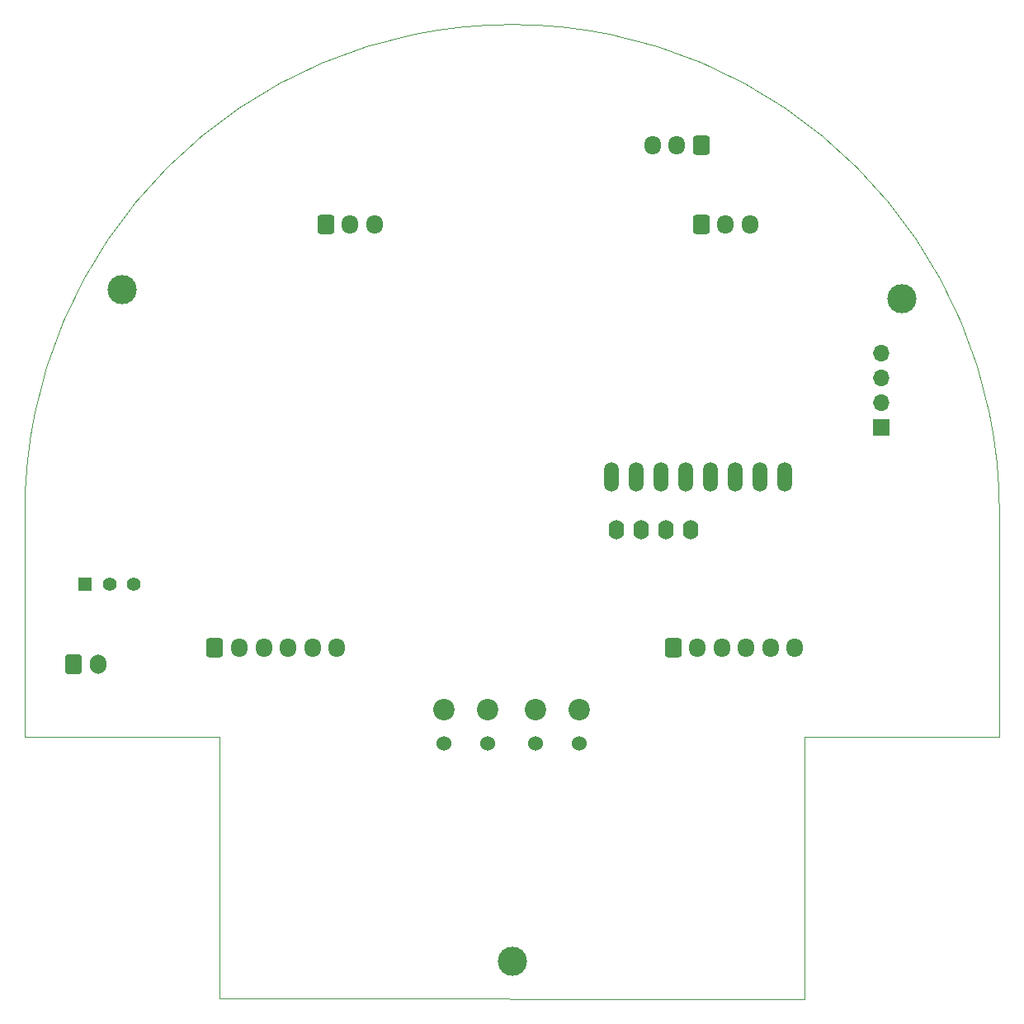
<source format=gbr>
%TF.GenerationSoftware,KiCad,Pcbnew,7.0.1*%
%TF.CreationDate,2023-08-29T23:28:34-03:00*%
%TF.ProjectId,BoverJr_PCBWAY,426f7665-724a-4725-9f50-43425741592e,rev?*%
%TF.SameCoordinates,Original*%
%TF.FileFunction,Soldermask,Bot*%
%TF.FilePolarity,Negative*%
%FSLAX46Y46*%
G04 Gerber Fmt 4.6, Leading zero omitted, Abs format (unit mm)*
G04 Created by KiCad (PCBNEW 7.0.1) date 2023-08-29 23:28:34*
%MOMM*%
%LPD*%
G01*
G04 APERTURE LIST*
G04 Aperture macros list*
%AMRoundRect*
0 Rectangle with rounded corners*
0 $1 Rounding radius*
0 $2 $3 $4 $5 $6 $7 $8 $9 X,Y pos of 4 corners*
0 Add a 4 corners polygon primitive as box body*
4,1,4,$2,$3,$4,$5,$6,$7,$8,$9,$2,$3,0*
0 Add four circle primitives for the rounded corners*
1,1,$1+$1,$2,$3*
1,1,$1+$1,$4,$5*
1,1,$1+$1,$6,$7*
1,1,$1+$1,$8,$9*
0 Add four rect primitives between the rounded corners*
20,1,$1+$1,$2,$3,$4,$5,0*
20,1,$1+$1,$4,$5,$6,$7,0*
20,1,$1+$1,$6,$7,$8,$9,0*
20,1,$1+$1,$8,$9,$2,$3,0*%
G04 Aperture macros list end*
%ADD10RoundRect,0.250000X-0.600000X-0.725000X0.600000X-0.725000X0.600000X0.725000X-0.600000X0.725000X0*%
%ADD11O,1.700000X1.950000*%
%ADD12RoundRect,0.250000X-0.600000X-0.750000X0.600000X-0.750000X0.600000X0.750000X-0.600000X0.750000X0*%
%ADD13O,1.700000X2.000000*%
%ADD14C,3.000000*%
%ADD15C,2.200000*%
%ADD16C,1.524000*%
%ADD17R,1.700000X1.700000*%
%ADD18O,1.700000X1.700000*%
%ADD19RoundRect,0.250000X0.600000X0.725000X-0.600000X0.725000X-0.600000X-0.725000X0.600000X-0.725000X0*%
%ADD20O,1.600000X2.000000*%
%ADD21R,1.408000X1.408000*%
%ADD22C,1.408000*%
%ADD23O,1.508000X3.016000*%
%TA.AperFunction,Profile*%
%ADD24C,0.100000*%
%TD*%
G04 APERTURE END LIST*
D10*
%TO.C,J1*%
X166500000Y-93750000D03*
D11*
X169000000Y-93750000D03*
X171500000Y-93750000D03*
X174000000Y-93750000D03*
X176500000Y-93750000D03*
X179000000Y-93750000D03*
%TD*%
D12*
%TO.C,J10*%
X105000000Y-95400000D03*
D13*
X107500000Y-95400000D03*
%TD*%
D14*
%TO.C,H5*%
X110000000Y-57000000D03*
%TD*%
D15*
%TO.C,J11*%
X147500000Y-100100000D03*
D16*
X147500000Y-103600000D03*
%TD*%
D17*
%TO.C,J3*%
X187875000Y-71100000D03*
D18*
X187875000Y-68560000D03*
X187875000Y-66020000D03*
X187875000Y-63480000D03*
%TD*%
D15*
%TO.C,J7*%
X156900000Y-100100000D03*
D16*
X156900000Y-103600000D03*
%TD*%
D19*
%TO.C,J8*%
X169400000Y-42175000D03*
D11*
X166900000Y-42175000D03*
X164400000Y-42175000D03*
%TD*%
D10*
%TO.C,J4*%
X169400000Y-50350000D03*
D11*
X171900000Y-50350000D03*
X174400000Y-50350000D03*
%TD*%
D20*
%TO.C,OLED1*%
X160670000Y-81625000D03*
X163210000Y-81625000D03*
X165750000Y-81625000D03*
X168290000Y-81625000D03*
%TD*%
D10*
%TO.C,J5*%
X130850000Y-50350000D03*
D11*
X133350000Y-50350000D03*
X135850000Y-50350000D03*
%TD*%
D15*
%TO.C,J6*%
X152400000Y-100100000D03*
D16*
X152400000Y-103600000D03*
%TD*%
D21*
%TO.C,SW1*%
X106200000Y-87250000D03*
D22*
X108700000Y-87250000D03*
X111200000Y-87250000D03*
%TD*%
D23*
%TO.C,U2*%
X160210000Y-76200000D03*
X162750000Y-76200000D03*
X165290000Y-76200000D03*
X167830000Y-76200000D03*
X170370000Y-76200000D03*
X172910000Y-76200000D03*
X175450000Y-76200000D03*
X177990000Y-76200000D03*
%TD*%
D14*
%TO.C,H3*%
X150000000Y-125900000D03*
%TD*%
D10*
%TO.C,J2*%
X119500000Y-93750000D03*
D11*
X122000000Y-93750000D03*
X124500000Y-93750000D03*
X127000000Y-93750000D03*
X129500000Y-93750000D03*
X132000000Y-93750000D03*
%TD*%
D14*
%TO.C,H4*%
X190000000Y-57900000D03*
%TD*%
D16*
%TO.C,J9*%
X143000000Y-103600000D03*
D15*
X143000000Y-100100000D03*
%TD*%
D24*
X200000000Y-79800000D02*
G75*
G03*
X100000000Y-79800000I-50000000J0D01*
G01*
X120000000Y-129750000D02*
X120000000Y-102900000D01*
X180000000Y-102900000D02*
X200000000Y-102900000D01*
X180000000Y-129800000D02*
X180000000Y-102900000D01*
X120000000Y-102900000D02*
X100000000Y-102900000D01*
X100000000Y-102900000D02*
X100000000Y-79800000D01*
X200000000Y-102900000D02*
X200000000Y-79800000D01*
X120000000Y-129750000D02*
X180000000Y-129800000D01*
M02*

</source>
